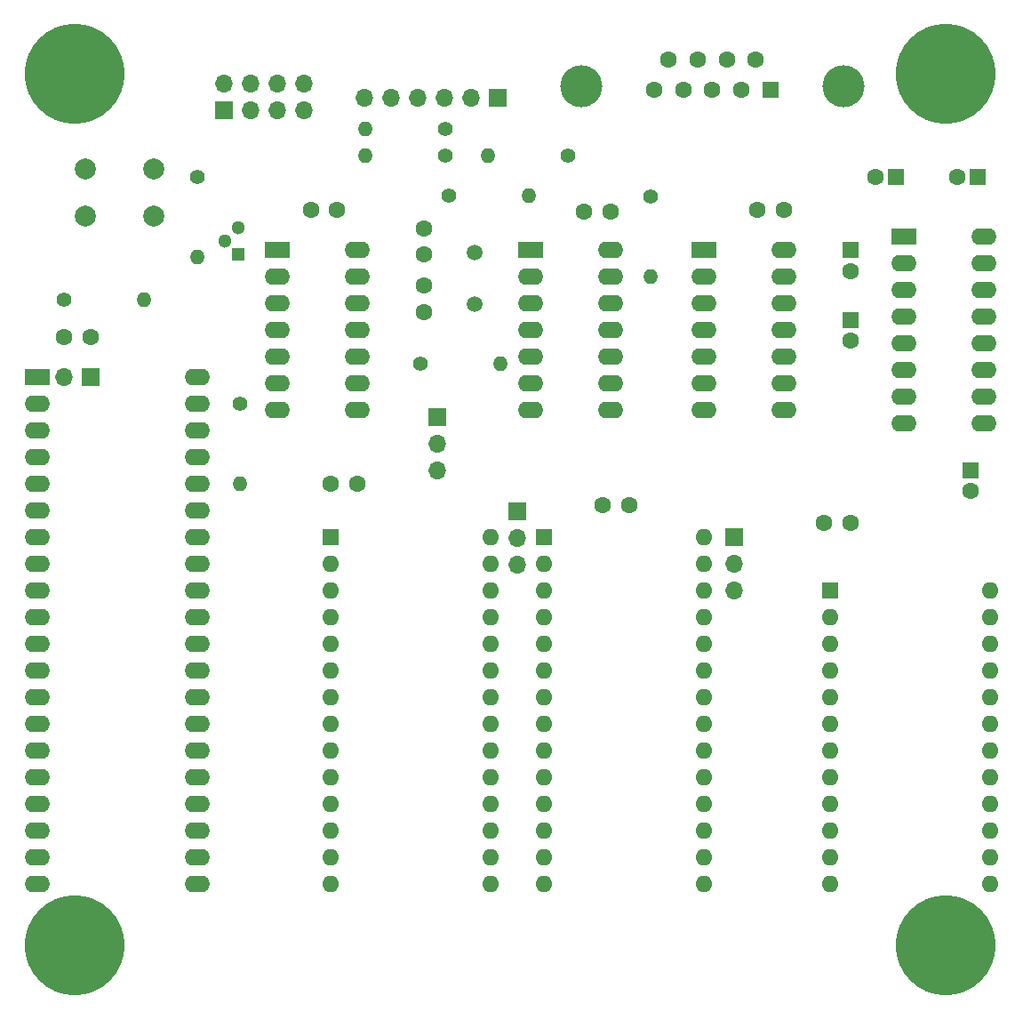
<source format=gts>
G04 #@! TF.GenerationSoftware,KiCad,Pcbnew,(7.0.0)*
G04 #@! TF.CreationDate,2023-09-10T16:17:20-04:00*
G04 #@! TF.ProjectId,SIMPLE-6502,53494d50-4c45-42d3-9635-30322e6b6963,2*
G04 #@! TF.SameCoordinates,Original*
G04 #@! TF.FileFunction,Soldermask,Top*
G04 #@! TF.FilePolarity,Negative*
%FSLAX46Y46*%
G04 Gerber Fmt 4.6, Leading zero omitted, Abs format (unit mm)*
G04 Created by KiCad (PCBNEW (7.0.0)) date 2023-09-10 16:17:20*
%MOMM*%
%LPD*%
G01*
G04 APERTURE LIST*
%ADD10C,1.600000*%
%ADD11C,4.000000*%
%ADD12R,1.600000X1.600000*%
%ADD13R,2.400000X1.600000*%
%ADD14O,2.400000X1.600000*%
%ADD15C,1.400000*%
%ADD16O,1.400000X1.400000*%
%ADD17C,9.525000*%
%ADD18R,1.300000X1.300000*%
%ADD19C,1.300000*%
%ADD20R,1.700000X1.700000*%
%ADD21O,1.700000X1.700000*%
%ADD22O,1.600000X1.600000*%
%ADD23C,2.000000*%
%ADD24C,1.500000*%
G04 APERTURE END LIST*
D10*
X128300000Y-71400000D03*
X128300000Y-73900000D03*
D11*
X168242500Y-57916041D03*
X143242500Y-57916041D03*
D12*
X161282499Y-58216040D03*
D10*
X158512500Y-58216041D03*
X155742500Y-58216041D03*
X152972500Y-58216041D03*
X150202500Y-58216041D03*
X159897500Y-55376041D03*
X157127500Y-55376041D03*
X154357500Y-55376041D03*
X151587500Y-55376041D03*
D13*
X173972499Y-72201040D03*
D14*
X173972499Y-74741040D03*
X173972499Y-77281040D03*
X173972499Y-79821040D03*
X173972499Y-82361040D03*
X173972499Y-84901040D03*
X173972499Y-87441040D03*
X173972499Y-89981040D03*
X181592499Y-89981040D03*
X181592499Y-87441040D03*
X181592499Y-84901040D03*
X181592499Y-82361040D03*
X181592499Y-79821040D03*
X181592499Y-77281040D03*
X181592499Y-74741040D03*
X181592499Y-72201040D03*
D10*
X121917500Y-95686041D03*
X119417500Y-95686041D03*
D15*
X127900000Y-84300000D03*
D16*
X135519999Y-84299999D03*
D15*
X106677500Y-66476041D03*
D16*
X106677499Y-74096040D03*
D10*
X96517500Y-81716041D03*
X94017500Y-81716041D03*
D17*
X94976859Y-56700000D03*
D15*
X110741500Y-88066041D03*
D16*
X110741499Y-95686040D03*
D15*
X149857500Y-68376041D03*
D16*
X149857499Y-75996040D03*
D10*
X119992500Y-69651041D03*
X117492500Y-69651041D03*
D18*
X110593499Y-73842040D03*
D19*
X109323500Y-72572041D03*
X110593500Y-71302041D03*
D15*
X141983500Y-64444041D03*
D16*
X134363499Y-64444040D03*
D13*
X91457499Y-85531040D03*
D14*
X91457499Y-88071040D03*
X91457499Y-90611040D03*
X91457499Y-93151040D03*
X91457499Y-95691040D03*
X91457499Y-98231040D03*
X91457499Y-100771040D03*
X91457499Y-103311040D03*
X91457499Y-105851040D03*
X91457499Y-108391040D03*
X91457499Y-110931040D03*
X91457499Y-113471040D03*
X91457499Y-116011040D03*
X91457499Y-118551040D03*
X91457499Y-121091040D03*
X91457499Y-123631040D03*
X91457499Y-126171040D03*
X91457499Y-128711040D03*
X91457499Y-131251040D03*
X91457499Y-133791040D03*
X106697499Y-133791040D03*
X106697499Y-131251040D03*
X106697499Y-128711040D03*
X106697499Y-126171040D03*
X106697499Y-123631040D03*
X106697499Y-121091040D03*
X106697499Y-118551040D03*
X106697499Y-116011040D03*
X106697499Y-113471040D03*
X106697499Y-110931040D03*
X106697499Y-108391040D03*
X106697499Y-105851040D03*
X106697499Y-103311040D03*
X106697499Y-100771040D03*
X106697499Y-98231040D03*
X106697499Y-95691040D03*
X106697499Y-93151040D03*
X106697499Y-90611040D03*
X106697499Y-88071040D03*
X106697499Y-85531040D03*
D20*
X109227499Y-60131040D03*
D21*
X109227499Y-57591040D03*
X111767499Y-60131040D03*
X111767499Y-57591040D03*
X114307499Y-60131040D03*
X114307499Y-57591040D03*
X116847499Y-60131040D03*
X116847499Y-57591040D03*
D10*
X147805500Y-97718041D03*
X145305500Y-97718041D03*
D12*
X119372499Y-100776040D03*
D22*
X119372499Y-103316040D03*
X119372499Y-105856040D03*
X119372499Y-108396040D03*
X119372499Y-110936040D03*
X119372499Y-113476040D03*
X119372499Y-116016040D03*
X119372499Y-118556040D03*
X119372499Y-121096040D03*
X119372499Y-123636040D03*
X119372499Y-126176040D03*
X119372499Y-128716040D03*
X119372499Y-131256040D03*
X119372499Y-133796040D03*
X134612499Y-133796040D03*
X134612499Y-131256040D03*
X134612499Y-128716040D03*
X134612499Y-126176040D03*
X134612499Y-123636040D03*
X134612499Y-121096040D03*
X134612499Y-118556040D03*
X134612499Y-116016040D03*
X134612499Y-113476040D03*
X134612499Y-110936040D03*
X134612499Y-108396040D03*
X134612499Y-105856040D03*
X134612499Y-103316040D03*
X134612499Y-100776040D03*
D12*
X168907499Y-73456040D03*
D10*
X168907500Y-75456041D03*
X128300000Y-79350000D03*
X128300000Y-76850000D03*
D12*
X166997499Y-105841040D03*
D22*
X166997499Y-108381040D03*
X166997499Y-110921040D03*
X166997499Y-113461040D03*
X166997499Y-116001040D03*
X166997499Y-118541040D03*
X166997499Y-121081040D03*
X166997499Y-123621040D03*
X166997499Y-126161040D03*
X166997499Y-128701040D03*
X166997499Y-131241040D03*
X166997499Y-133781040D03*
X182237499Y-133781040D03*
X182237499Y-131241040D03*
X182237499Y-128701040D03*
X182237499Y-126161040D03*
X182237499Y-123621040D03*
X182237499Y-121081040D03*
X182237499Y-118541040D03*
X182237499Y-116001040D03*
X182237499Y-113461040D03*
X182237499Y-110921040D03*
X182237499Y-108381040D03*
X182237499Y-105841040D03*
D12*
X168907499Y-80125928D03*
D10*
X168907500Y-82125929D03*
X162537500Y-69651041D03*
X160037500Y-69651041D03*
D17*
X94976859Y-139700000D03*
D20*
X135347499Y-58976040D03*
D21*
X132807499Y-58976040D03*
X130267499Y-58976040D03*
X127727499Y-58976040D03*
X125187499Y-58976040D03*
X122647499Y-58976040D03*
D20*
X96517499Y-85526040D03*
D21*
X93977499Y-85526040D03*
D12*
X139692499Y-100776040D03*
D22*
X139692499Y-103316040D03*
X139692499Y-105856040D03*
X139692499Y-108396040D03*
X139692499Y-110936040D03*
X139692499Y-113476040D03*
X139692499Y-116016040D03*
X139692499Y-118556040D03*
X139692499Y-121096040D03*
X139692499Y-123636040D03*
X139692499Y-126176040D03*
X139692499Y-128716040D03*
X139692499Y-131256040D03*
X139692499Y-133796040D03*
X154932499Y-133796040D03*
X154932499Y-131256040D03*
X154932499Y-128716040D03*
X154932499Y-126176040D03*
X154932499Y-123636040D03*
X154932499Y-121096040D03*
X154932499Y-118556040D03*
X154932499Y-116016040D03*
X154932499Y-113476040D03*
X154932499Y-110936040D03*
X154932499Y-108396040D03*
X154932499Y-105856040D03*
X154932499Y-103316040D03*
X154932499Y-100776040D03*
D23*
X96061500Y-65750041D03*
X102561500Y-65750041D03*
X96061500Y-70250041D03*
X102561500Y-70250041D03*
D13*
X154917499Y-73451040D03*
D14*
X154917499Y-75991040D03*
X154917499Y-78531040D03*
X154917499Y-81071040D03*
X154917499Y-83611040D03*
X154917499Y-86151040D03*
X154917499Y-88691040D03*
X162537499Y-88691040D03*
X162537499Y-86151040D03*
X162537499Y-83611040D03*
X162537499Y-81071040D03*
X162537499Y-78531040D03*
X162537499Y-75991040D03*
X162537499Y-73451040D03*
D17*
X177976859Y-56700000D03*
D20*
X129537499Y-89336040D03*
D21*
X129537499Y-91876040D03*
X129537499Y-94416040D03*
D10*
X143527500Y-69778041D03*
X146027500Y-69778041D03*
D15*
X130299500Y-61904041D03*
D16*
X122679499Y-61904040D03*
D17*
X177976859Y-139700000D03*
D12*
X180337499Y-94416040D03*
D10*
X180337500Y-96416041D03*
D12*
X181038612Y-66476040D03*
D10*
X179038613Y-66476041D03*
D15*
X130680000Y-68300000D03*
D16*
X138299999Y-68299999D03*
D13*
X138422499Y-73456040D03*
D14*
X138422499Y-75996040D03*
X138422499Y-78536040D03*
X138422499Y-81076040D03*
X138422499Y-83616040D03*
X138422499Y-86156040D03*
X138422499Y-88696040D03*
X146042499Y-88696040D03*
X146042499Y-86156040D03*
X146042499Y-83616040D03*
X146042499Y-81076040D03*
X146042499Y-78536040D03*
X146042499Y-75996040D03*
X146042499Y-73456040D03*
D20*
X137159999Y-98312999D03*
D21*
X137159999Y-100852999D03*
X137159999Y-103392999D03*
D15*
X130299500Y-64444041D03*
D16*
X122679499Y-64444040D03*
D24*
X133100000Y-73750000D03*
X133100000Y-78630000D03*
D10*
X168902500Y-99436041D03*
X166402500Y-99436041D03*
D20*
X157860999Y-100766040D03*
D21*
X157860999Y-103306040D03*
X157860999Y-105846040D03*
D15*
X93977500Y-78160041D03*
D16*
X101597499Y-78160040D03*
D13*
X114277499Y-73451040D03*
D14*
X114277499Y-75991040D03*
X114277499Y-78531040D03*
X114277499Y-81071040D03*
X114277499Y-83611040D03*
X114277499Y-86151040D03*
X114277499Y-88691040D03*
X121897499Y-88691040D03*
X121897499Y-86151040D03*
X121897499Y-83611040D03*
X121897499Y-81071040D03*
X121897499Y-78531040D03*
X121897499Y-75991040D03*
X121897499Y-73451040D03*
D12*
X173257499Y-66476040D03*
D10*
X171257500Y-66476041D03*
M02*

</source>
